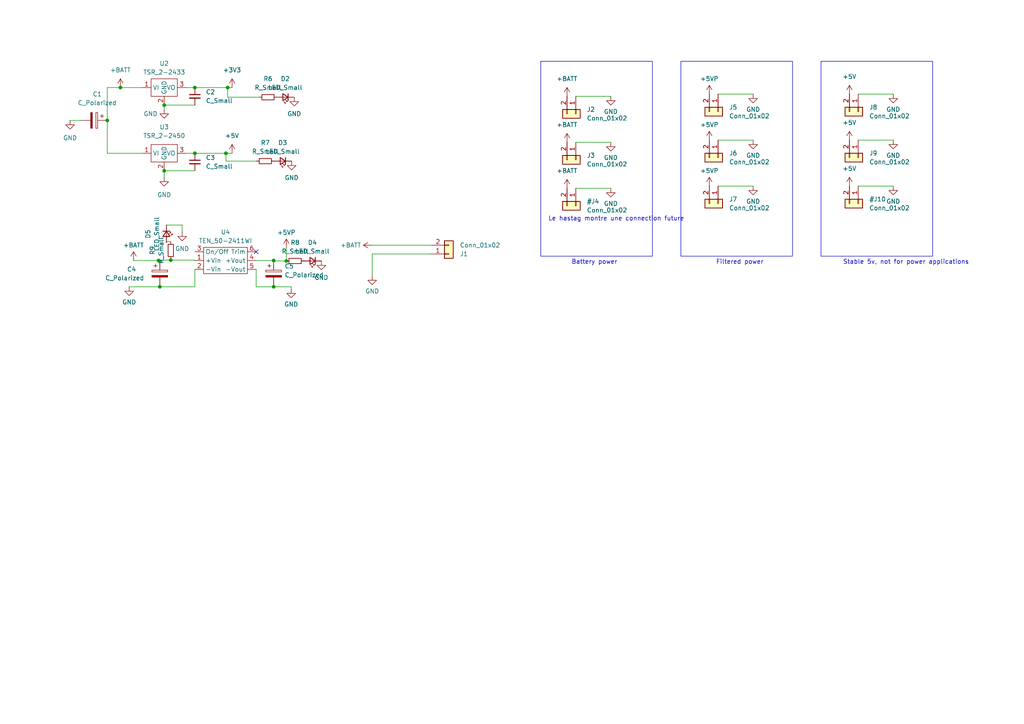
<source format=kicad_sch>
(kicad_sch (version 20230121) (generator eeschema)
  (paper "A4")
  (lib_symbols
    (symbol "Connector_Generic:Conn_01x02" (pin_names (offset 1.016) hide)
      (property "Reference" "J" (at 0 2.54 0))
      (property "Value" "Conn_01x02" (at 0 -5.08 0))
      (symbol "Conn_01x02_1_1"
        (rectangle (start -1.27 -2.413) (end 0 -2.667) (stroke (width 0.1524)))
        (rectangle (start -1.27 0.127) (end 0 -0.127) (stroke (width 0.1524)))
        (rectangle (start -1.27 1.27) (end 1.27 -3.81) (stroke (width 0.254)) (fill (type background)))
        (pin passive line (at -5.08 0 0) (length 3.81) (name "Pin_1") (number "1"))
        (pin passive line (at -5.08 -2.54 0) (length 3.81) (name "Pin_2") (number "2"))
      )
    )
    (symbol "Device:C_Polarized" (pin_numbers hide) (pin_names (offset 0.254))
      (property "Reference" "C" (at 0.635 2.54 0))
      (property "Value" "C_Polarized" (at 0.635 -2.54 0))
      (symbol "C_Polarized_0_1"
        (rectangle (start -2.286 0.508) (end 2.286 1.016))
        (polyline (pts (xy -1.778 2.286) (xy -0.762 2.286)))
        (polyline (pts (xy -1.27 2.794) (xy -1.27 1.778)))
        (rectangle (start 2.286 -0.508) (end -2.286 -1.016) (fill (type outline)))
      )
      (symbol "C_Polarized_1_1"
        (pin passive line (at 0 3.81 270) (length 2.794) (name "~") (number "1"))
        (pin passive line (at 0 -3.81 90) (length 2.794) (name "~") (number "2"))
      )
    )
    (symbol "Device:C_Small" (pin_numbers hide) (pin_names (offset 0.254) hide)
      (property "Reference" "C" (at 0.254 1.778 0))
      (property "Value" "C_Small" (at 0.254 -2.032 0))
      (symbol "C_Small_0_1"
        (polyline (pts (xy -1.524 -0.508) (xy 1.524 -0.508)) (stroke (width 0.3302)))
        (polyline (pts (xy -1.524 0.508) (xy 1.524 0.508)) (stroke (width 0.3048)))
      )
      (symbol "C_Small_1_1"
        (pin passive line (at 0 2.54 270) (length 2.032) (name "~") (number "1"))
        (pin passive line (at 0 -2.54 90) (length 2.032) (name "~") (number "2"))
      )
    )
    (symbol "Device:LED_Small" (pin_numbers hide) (pin_names (offset 0.254) hide)
      (property "Reference" "D" (at -1.27 3.175 0))
      (property "Value" "LED_Small" (at -4.445 -2.54 0))
      (symbol "LED_Small_0_1"
        (polyline (pts (xy -0.762 -1.016) (xy -0.762 1.016)) (stroke (width 0.254)))
        (polyline (pts (xy 1.016 0) (xy -0.762 0)))
        (polyline (pts (xy 0.762 -1.016) (xy -0.762 0) (xy 0.762 1.016) (xy 0.762 -1.016)) (stroke (width 0.254)))
        (polyline (pts (xy 0 0.762) (xy -0.508 1.27) (xy -0.254 1.27) (xy -0.508 1.27) (xy -0.508 1.016)))
        (polyline (pts (xy 0.508 1.27) (xy 0 1.778) (xy 0.254 1.778) (xy 0 1.778) (xy 0 1.524)))
      )
      (symbol "LED_Small_1_1"
        (pin passive line (at -2.54 0 0) (length 1.778) (name "K") (number "1"))
        (pin passive line (at 2.54 0 180) (length 1.778) (name "A") (number "2"))
      )
    )
    (symbol "Device:R_Small" (pin_numbers hide) (pin_names (offset 0.254) hide)
      (property "Reference" "R" (at 0.762 0.508 0))
      (property "Value" "R_Small" (at 0.762 -1.016 0))
      (symbol "R_Small_0_1"
        (rectangle (start -0.762 1.778) (end 0.762 -1.778) (stroke (width 0.2032)))
      )
      (symbol "R_Small_1_1"
        (pin passive line (at 0 2.54 270) (length 0.762) (name "~") (number "1"))
        (pin passive line (at 0 -2.54 90) (length 0.762) (name "~") (number "2"))
      )
    )
    (symbol "Traco:TEN_50-2411WI"
      (property "Reference" "U" (at 0 5.08 0))
      (property "Value" "TEN_50-2411WI" (at 0 -5.08 0))
      (symbol "TEN_50-2411WI_0_1"
        (rectangle (start -6.35 3.81) (end 6.35 -3.81))
      )
      (symbol "TEN_50-2411WI_1_1"
        (pin free line (at -8.89 0 0) (length 2.54) (name "+Vin") (number "1"))
        (pin free line (at -8.89 -2.54 0) (length 2.54) (name "-Vin") (number "2"))
        (pin free line (at -8.89 2.54 0) (length 2.54) (name "On/Off") (number "3"))
        (pin free line (at 8.89 0 180) (length 2.54) (name "+Vout") (number "4"))
        (pin free line (at 8.89 -2.54 180) (length 2.54) (name "-Vout") (number "5"))
        (pin free line (at 8.89 2.54 180) (length 2.54) (name "Trim") (number "6"))
      )
    )
    (symbol "Traco:TSR_2-2433"
      (property "Reference" "U" (at 0 5.08 0))
      (property "Value" "TSR_2-2433" (at 0 3.81 0))
      (symbol "TSR_2-2433_0_1"
        (rectangle (start -3.81 2.54) (end 3.81 -2.54))
      )
      (symbol "TSR_2-2433_1_1"
        (pin free line (at -6.35 0 0) (length 2.54) (name "VI") (number "1"))
        (pin free line (at 0 -5.08 90) (length 2.54) (name "GND") (number "2"))
        (pin free line (at 6.35 0 180) (length 2.54) (name "VO") (number "3"))
      )
    )
    (symbol "Traco:TSR_2-2450"
      (property "Reference" "U" (at 0 5.08 0))
      (property "Value" "TSR_2-2450" (at 0 3.81 0))
      (symbol "TSR_2-2450_0_1"
        (rectangle (start -3.81 2.54) (end 3.81 -2.54))
      )
      (symbol "TSR_2-2450_1_1"
        (pin free line (at -6.35 0 0) (length 2.54) (name "VI") (number "1"))
        (pin free line (at 0 -5.08 90) (length 2.54) (name "GND") (number "2"))
        (pin free line (at 6.35 0 180) (length 2.54) (name "VO") (number "3"))
      )
    )
    (symbol "power:+3.3V" (power) (pin_names (offset 0))
      (property "Value" "+3.3V" (at 0 3.556 0))
      (symbol "+3.3V_0_1"
        (polyline (pts (xy -0.762 1.27) (xy 0 2.54)))
        (polyline (pts (xy 0 0) (xy 0 2.54)))
        (polyline (pts (xy 0 2.54) (xy 0.762 1.27)))
      )
      (symbol "+3.3V_1_1"
        (pin power_in line (at 0 0 90) (length 0) hide (name "+3V3") (number "1"))
      )
    )
    (symbol "power:+5V" (power) (pin_names (offset 0))
      (property "Value" "+5V" (at 0 3.556 0))
      (symbol "+5V_0_1"
        (polyline (pts (xy -0.762 1.27) (xy 0 2.54)))
        (polyline (pts (xy 0 0) (xy 0 2.54)))
        (polyline (pts (xy 0 2.54) (xy 0.762 1.27)))
      )
      (symbol "+5V_1_1"
        (pin power_in line (at 0 0 90) (length 0) hide (name "+5V") (number "1"))
      )
    )
    (symbol "power:+5VP" (power) (pin_names (offset 0))
      (property "Value" "+5VP" (at 0 3.556 0))
      (symbol "+5VP_0_1"
        (polyline (pts (xy -0.762 1.27) (xy 0 2.54)))
        (polyline (pts (xy 0 0) (xy 0 2.54)))
        (polyline (pts (xy 0 2.54) (xy 0.762 1.27)))
      )
      (symbol "+5VP_1_1"
        (pin power_in line (at 0 0 90) (length 0) hide (name "+5VP") (number "1"))
      )
    )
    (symbol "power:+BATT" (power) (pin_names (offset 0))
      (property "Value" "+BATT" (at 0 3.556 0))
      (symbol "+BATT_0_1"
        (polyline (pts (xy -0.762 1.27) (xy 0 2.54)))
        (polyline (pts (xy 0 0) (xy 0 2.54)))
        (polyline (pts (xy 0 2.54) (xy 0.762 1.27)))
      )
      (symbol "+BATT_1_1"
        (pin power_in line (at 0 0 90) (length 0) hide (name "+BATT") (number "1"))
      )
    )
    (symbol "power:GND" (power) (pin_names (offset 0))
      (property "Value" "GND" (at 0 -3.81 0))
      (symbol "GND_0_1"
        (polyline (pts (xy 0 0) (xy 0 -1.27) (xy 1.27 -1.27) (xy 0 -2.54) (xy -1.27 -1.27) (xy 0 -1.27)))
      )
      (symbol "GND_1_1"
        (pin power_in line (at 0 0 270) (length 0) hide (name "GND") (number "1"))
      )
    )
  )
  (junction (at 56.515 44.45))
  (junction (at 79.375 83.185))
  (junction (at 49.53 75.438))
  (junction (at 47.625 49.53))
  (junction (at 66.04 25.4))
  (junction (at 79.375 75.565))
  (junction (at 45.974 75.565))
  (junction (at 83.058 75.692))
  (junction (at 65.532 44.45))
  (junction (at 46.355 83.185))
  (junction (at 31.115 34.925))
  (junction (at 47.625 30.48))
  (junction (at 56.515 25.4))
  (junction (at 34.925 25.4))
  (no_connect (at 74.295 73.025))
  (wire (pts (xy 177.165 54.61) (xy 167.005 54.61)))
  (wire (pts (xy 34.925 25.4) (xy 31.115 25.4)))
  (wire (pts (xy 56.515 25.4) (xy 66.04 25.4)))
  (wire (pts (xy 31.115 34.925) (xy 31.115 44.45)))
  (wire (pts (xy 65.532 46.736) (xy 65.532 44.45)))
  (wire (pts (xy 84.455 83.185) (xy 84.455 83.82)))
  (wire (pts (xy 218.44 53.975) (xy 208.28 53.975)))
  (wire (pts (xy 31.115 25.4) (xy 31.115 34.925)))
  (wire (pts (xy 259.08 40.64) (xy 248.92 40.64)))
  (wire (pts (xy 66.04 28.194) (xy 66.04 25.4)))
  (wire (pts (xy 48.26 70.104) (xy 48.26 70.358)))
  (wire (pts (xy 37.465 83.185) (xy 46.355 83.185)))
  (wire (pts (xy 46.355 83.185) (xy 56.515 83.185)))
  (wire (pts (xy 45.974 75.565) (xy 45.974 75.692)))
  (wire (pts (xy 67.31 44.45) (xy 65.532 44.45)))
  (wire (pts (xy 84.455 83.185) (xy 79.375 83.185)))
  (wire (pts (xy 74.295 75.565) (xy 79.375 75.565)))
  (wire (pts (xy 47.625 51.435) (xy 47.625 49.53)))
  (wire (pts (xy 259.08 27.305) (xy 248.92 27.305)))
  (wire (pts (xy 41.275 44.45) (xy 31.115 44.45)))
  (wire (pts (xy 56.388 75.438) (xy 56.388 75.565)))
  (wire (pts (xy 45.974 75.438) (xy 49.53 75.438)))
  (wire (pts (xy 83.058 75.692) (xy 79.375 75.692)))
  (wire (pts (xy 47.625 49.53) (xy 56.515 49.53)))
  (wire (pts (xy 56.515 25.4) (xy 53.975 25.4)))
  (wire (pts (xy 47.625 31.75) (xy 47.625 30.48)))
  (wire (pts (xy 177.165 27.94) (xy 167.005 27.94)))
  (wire (pts (xy 52.832 65.278) (xy 48.26 65.278)))
  (wire (pts (xy 56.388 75.565) (xy 56.515 75.565)))
  (wire (pts (xy 74.295 83.185) (xy 74.295 78.105)))
  (wire (pts (xy 41.275 25.4) (xy 34.925 25.4)))
  (wire (pts (xy 49.53 75.184) (xy 49.53 75.438)))
  (wire (pts (xy 218.44 27.305) (xy 208.28 27.305)))
  (wire (pts (xy 56.515 83.185) (xy 56.515 78.105)))
  (wire (pts (xy 218.44 40.64) (xy 208.28 40.64)))
  (wire (pts (xy 47.625 30.48) (xy 56.515 30.48)))
  (wire (pts (xy 107.95 73.66) (xy 125.095 73.66)))
  (wire (pts (xy 79.375 83.185) (xy 74.295 83.185)))
  (wire (pts (xy 45.974 75.565) (xy 46.355 75.565)))
  (wire (pts (xy 79.375 75.692) (xy 79.375 75.565)))
  (wire (pts (xy 52.832 67.31) (xy 52.832 65.278)))
  (wire (pts (xy 38.735 75.565) (xy 45.974 75.565)))
  (wire (pts (xy 74.422 46.736) (xy 65.532 46.736)))
  (wire (pts (xy 107.95 80.01) (xy 107.95 73.66)))
  (wire (pts (xy 45.974 75.438) (xy 45.974 75.565)))
  (wire (pts (xy 53.975 44.45) (xy 56.515 44.45)))
  (wire (pts (xy 259.08 53.975) (xy 248.92 53.975)))
  (wire (pts (xy 177.165 41.275) (xy 167.005 41.275)))
  (wire (pts (xy 75.184 28.194) (xy 66.04 28.194)))
  (wire (pts (xy 49.53 70.104) (xy 48.26 70.104)))
  (wire (pts (xy 66.04 25.4) (xy 67.31 25.4)))
  (wire (pts (xy 83.058 71.882) (xy 83.058 75.692)))
  (wire (pts (xy 45.72 75.692) (xy 45.974 75.692)))
  (wire (pts (xy 20.32 34.925) (xy 23.495 34.925)))
  (wire (pts (xy 107.95 71.12) (xy 125.095 71.12)))
  (wire (pts (xy 49.53 75.438) (xy 56.388 75.438)))
  (wire (pts (xy 65.532 44.45) (xy 56.515 44.45)))
  (rectangle (start 156.845 17.78) (end 189.23 74.295))
  (rectangle (start 238.125 17.78) (end 270.51 74.295))
  (rectangle (start 197.485 17.78) (end 229.87 74.295))
  (text "Le hastag montre une connection future\n" (at 159.004 64.262 0) (effects (font (size 1.27 1.27)) (justify left bottom)))
  (text "Battery power\n" (at 165.735 76.835 0) (effects (font (size 1.27 1.27)) (justify left bottom)))
  (text "Filtered power\n" (at 207.645 76.835 0) (effects (font (size 1.27 1.27)) (justify left bottom)))
  (text "Stable 5v, not for power applications\n" (at 244.475 76.835 0) (effects (font (size 1.27 1.27)) (justify left bottom)))
  (symbol (lib_id "power:+BATT") (at 38.735 75.565 0) (unit 1)
    (property "Reference" "#PWR010" (effects hide))
    (property "Value" "+BATT" (at 38.735 71.12 0))
  )
  (symbol (lib_id "Device:C_Small") (at 56.515 46.99 0) (unit 1)
    (property "Reference" "C3" (at 59.69 45.7263 0) (effects (justify left)))
    (property "Value" "C_Small" (at 59.69 48.2663 0) (effects (justify left)))
    (property "Footprint" "Capacitor_SMD:C_1206_3216Metric_Pad1.33x1.80mm_HandSolder" (effects hide))
  )
  (symbol (lib_id "Connector_Generic:Conn_01x02") (at 248.92 59.055 270) (unit 1)
    (property "Reference" "#J10" (at 252.095 57.785 90) (effects (justify left)))
    (property "Value" "Conn_01x02" (at 252.095 60.325 90) (effects (justify left)))
    (property "Footprint" "Connector_Molex:Molex_KK-254_AE-6410-02A_1x02_P2.54mm_Vertical" (effects hide))
  )
  (symbol (lib_id "Device:R_Small") (at 76.962 46.736 90) (unit 1)
    (property "Reference" "R7" (at 76.962 41.402 90))
    (property "Value" "R_Small" (at 76.962 43.942 90))
    (property "Footprint" "Resistor_SMD:R_1206_3216Metric_Pad1.30x1.75mm_HandSolder" (effects hide))
  )
  (symbol (lib_id "Device:C_Small") (at 56.515 27.94 0) (unit 1)
    (property "Reference" "C2" (at 59.69 26.6763 0) (effects (justify left)))
    (property "Value" "C_Small" (at 59.69 29.2163 0) (effects (justify left)))
    (property "Footprint" "Capacitor_SMD:C_1206_3216Metric_Pad1.33x1.80mm_HandSolder" (effects hide))
  )
  (symbol (lib_id "power:GND") (at 84.582 46.736 0) (unit 1)
    (property "Reference" "#PWR087" (effects hide))
    (property "Value" "GND" (at 84.582 51.562 0))
  )
  (symbol (lib_id "power:+BATT") (at 164.465 54.61 0) (unit 1)
    (property "Reference" "#PWR017" (effects hide))
    (property "Value" "+BATT" (at 164.465 49.53 0))
  )
  (symbol (lib_id "power:+BATT") (at 164.465 27.94 0) (unit 1)
    (property "Reference" "#PWR014" (effects hide))
    (property "Value" "+BATT" (at 164.465 22.86 0))
  )
  (symbol (lib_id "power:GND") (at 47.625 31.75 0) (unit 1)
    (property "Reference" "#PWR01" (effects hide))
    (property "Value" "GND" (at 45.72 33.02 0) (effects (justify right)))
  )
  (symbol (lib_id "Connector_Generic:Conn_01x02") (at 208.28 59.055 270) (unit 1)
    (property "Reference" "J7" (at 211.455 57.785 90) (effects (justify left)))
    (property "Value" "Conn_01x02" (at 211.455 60.325 90) (effects (justify left)))
    (property "Footprint" "Connector_Molex:Molex_KK-396_A-41791-0002_1x02_P3.96mm_Vertical" (effects hide))
  )
  (symbol (lib_id "power:+5VP") (at 83.058 71.882 0) (unit 1)
    (property "Reference" "#PWR012" (effects hide))
    (property "Value" "+5VP" (at 83.058 67.437 0))
  )
  (symbol (lib_id "power:GND") (at 177.165 41.275 0) (unit 1)
    (property "Reference" "#PWR016" (effects hide))
    (property "Value" "GND" (at 177.165 45.72 0))
  )
  (symbol (lib_id "Traco:TSR_2-2450") (at 47.625 44.45 0) (unit 1)
    (property "Reference" "U3" (at 47.625 36.83 0))
    (property "Value" "TSR_2-2450" (at 47.625 39.37 0))
    (property "Footprint" "Traco:Traco 2- 24xx" (effects hide))
  )
  (symbol (lib_id "power:+5V") (at 246.38 40.64 0) (unit 1)
    (property "Reference" "#PWR026" (effects hide))
    (property "Value" "+5V" (at 246.38 35.56 0))
  )
  (symbol (lib_id "power:GND") (at 37.465 83.185 0) (unit 1)
    (property "Reference" "#PWR011" (effects hide))
    (property "Value" "GND" (at 37.465 87.63 0))
  )
  (symbol (lib_id "Device:C_Polarized") (at 27.305 34.925 270) (unit 1)
    (property "Reference" "C1" (at 28.194 27.305 90))
    (property "Value" "C_Polarized" (at 28.194 29.845 90))
    (property "Footprint" "Capacitor_THT:CP_Radial_D5.0mm_P2.50mm" (effects hide))
  )
  (symbol (lib_id "power:GND") (at 259.08 40.64 0) (unit 1)
    (property "Reference" "#PWR029" (effects hide))
    (property "Value" "GND" (at 259.08 45.085 0))
  )
  (symbol (lib_id "power:GND") (at 85.344 28.194 0) (unit 1)
    (property "Reference" "#PWR057" (effects hide))
    (property "Value" "GND" (at 85.344 33.02 0))
  )
  (symbol (lib_id "Connector_Generic:Conn_01x02") (at 130.175 73.66 0) (mirror x) (unit 1)
    (property "Reference" "J1" (at 133.35 73.66 0) (effects (justify left)))
    (property "Value" "Conn_01x02" (at 133.35 71.12 0) (effects (justify left)))
    (property "Footprint" "Connector_AMASS:AMASS_XT60-M_1x02_P7.20mm_Vertical" (effects hide))
  )
  (symbol (lib_id "power:GND") (at 20.32 34.925 0) (unit 1)
    (property "Reference" "#PWR03" (effects hide))
    (property "Value" "GND" (at 20.32 40.005 0))
  )
  (symbol (lib_id "power:+5VP") (at 205.74 53.975 0) (unit 1)
    (property "Reference" "#PWR021" (effects hide))
    (property "Value" "+5VP" (at 205.74 49.53 0))
  )
  (symbol (lib_id "power:+5V") (at 67.31 44.45 0) (unit 1)
    (property "Reference" "#PWR06" (effects hide))
    (property "Value" "+5V" (at 67.31 39.37 0))
  )
  (symbol (lib_id "power:+5V") (at 246.38 53.975 0) (unit 1)
    (property "Reference" "#PWR027" (effects hide))
    (property "Value" "+5V" (at 246.38 48.895 0))
  )
  (symbol (lib_id "power:GND") (at 218.44 53.975 0) (unit 1)
    (property "Reference" "#PWR024" (effects hide))
    (property "Value" "GND" (at 218.44 58.42 0))
  )
  (symbol (lib_id "Connector_Generic:Conn_01x02") (at 208.28 45.72 270) (unit 1)
    (property "Reference" "J6" (at 211.455 44.45 90) (effects (justify left)))
    (property "Value" "Conn_01x02" (at 211.455 46.99 90) (effects (justify left)))
    (property "Footprint" "Connector_Molex:Molex_KK-396_A-41791-0002_1x02_P3.96mm_Vertical" (effects hide))
  )
  (symbol (lib_id "Device:C_Polarized") (at 79.375 79.375 0) (unit 1)
    (property "Reference" "C5" (at 82.55 77.216 0) (effects (justify left)))
    (property "Value" "C_Polarized" (at 82.55 79.756 0) (effects (justify left)))
    (property "Footprint" "Capacitor_THT:CP_Radial_D10.0mm_P5.00mm" (effects hide))
  )
  (symbol (lib_id "Connector_Generic:Conn_01x02") (at 248.92 45.72 270) (unit 1)
    (property "Reference" "J9" (at 252.095 44.45 90) (effects (justify left)))
    (property "Value" "Conn_01x02" (at 252.095 46.99 90) (effects (justify left)))
    (property "Footprint" "Connector_Molex:Molex_KK-254_AE-6410-02A_1x02_P2.54mm_Vertical" (effects hide))
  )
  (symbol (lib_id "Connector_Generic:Conn_01x02") (at 167.005 46.355 270) (unit 1)
    (property "Reference" "J3" (at 170.18 45.085 90) (effects (justify left)))
    (property "Value" "Conn_01x02" (at 170.18 47.625 90) (effects (justify left)))
    (property "Footprint" "Connector_Molex:Molex_KK-396_A-41791-0002_1x02_P3.96mm_Vertical" (effects hide))
  )
  (symbol (lib_id "power:GND") (at 177.165 54.61 0) (unit 1)
    (property "Reference" "#PWR018" (effects hide))
    (property "Value" "GND" (at 177.165 59.055 0))
  )
  (symbol (lib_id "Device:LED_Small") (at 82.804 28.194 180) (unit 1)
    (property "Reference" "D2" (at 82.7405 22.86 0))
    (property "Value" "LED_Small" (at 82.7405 25.4 0))
    (property "Footprint" "LED_SMD:LED_1206_3216Metric_Pad1.42x1.75mm_HandSolder" (effects hide))
  )
  (symbol (lib_id "Connector_Generic:Conn_01x02") (at 208.28 32.385 270) (unit 1)
    (property "Reference" "J5" (at 211.455 31.115 90) (effects (justify left)))
    (property "Value" "Conn_01x02" (at 211.455 33.655 90) (effects (justify left)))
    (property "Footprint" "Connector_Molex:Molex_KK-396_A-41791-0002_1x02_P3.96mm_Vertical" (effects hide))
  )
  (symbol (lib_id "Device:C_Polarized") (at 46.355 79.375 0) (unit 1)
    (property "Reference" "C4" (at 36.83 78.105 0) (effects (justify left)))
    (property "Value" "C_Polarized" (at 30.48 80.645 0) (effects (justify left)))
    (property "Footprint" "Capacitor_THT:CP_Radial_D10.0mm_P5.00mm" (effects hide))
  )
  (symbol (lib_id "power:+5VP") (at 205.74 40.64 0) (unit 1)
    (property "Reference" "#PWR020" (effects hide))
    (property "Value" "+5VP" (at 205.74 36.195 0))
  )
  (symbol (lib_id "power:GND") (at 84.455 83.82 0) (unit 1)
    (property "Reference" "#PWR08" (effects hide))
    (property "Value" "GND" (at 84.455 88.265 0))
  )
  (symbol (lib_id "Device:R_Small") (at 85.598 75.692 90) (unit 1)
    (property "Reference" "R8" (at 85.598 70.358 90))
    (property "Value" "R_Small" (at 85.598 72.898 90))
    (property "Footprint" "Resistor_SMD:R_1206_3216Metric_Pad1.30x1.75mm_HandSolder" (effects hide))
  )
  (symbol (lib_id "Device:R_Small") (at 77.724 28.194 90) (unit 1)
    (property "Reference" "R6" (at 77.724 22.86 90))
    (property "Value" "R_Small" (at 77.724 25.4 90))
    (property "Footprint" "Resistor_SMD:R_1206_3216Metric_Pad1.30x1.75mm_HandSolder" (effects hide))
  )
  (symbol (lib_id "power:GND") (at 177.165 27.94 0) (unit 1)
    (property "Reference" "#PWR013" (effects hide))
    (property "Value" "GND" (at 177.165 32.385 0))
  )
  (symbol (lib_id "power:+BATT") (at 107.95 71.12 90) (unit 1)
    (property "Reference" "#PWR07" (effects hide))
    (property "Value" "+BATT" (at 104.775 71.12 90) (effects (justify left)))
  )
  (symbol (lib_id "power:+5V") (at 246.38 27.305 0) (unit 1)
    (property "Reference" "#PWR025" (effects hide))
    (property "Value" "+5V" (at 246.38 22.225 0))
  )
  (symbol (lib_id "power:GND") (at 218.44 40.64 0) (unit 1)
    (property "Reference" "#PWR023" (effects hide))
    (property "Value" "GND" (at 218.44 45.085 0))
  )
  (symbol (lib_id "Traco:TSR_2-2433") (at 47.625 25.4 0) (unit 1)
    (property "Reference" "U2" (at 47.625 18.415 0))
    (property "Value" "TSR_2-2433" (at 47.625 20.955 0))
    (property "Footprint" "Traco:Traco 2- 24xx" (effects hide))
  )
  (symbol (lib_id "Traco:TEN_50-2411WI") (at 65.405 75.565 0) (unit 1)
    (property "Reference" "U4" (at 65.405 67.31 0))
    (property "Value" "TEN_50-2411WI" (at 65.405 69.85 0))
    (property "Footprint" "Traco:Traco TEN 50 series" (effects hide))
  )
  (symbol (lib_id "power:GND") (at 107.95 80.01 0) (unit 1)
    (property "Reference" "#PWR09" (effects hide))
    (property "Value" "GND" (at 107.95 84.455 0))
  )
  (symbol (lib_id "Device:LED_Small") (at 82.042 46.736 180) (unit 1)
    (property "Reference" "D3" (at 81.9785 41.402 0))
    (property "Value" "LED_Small" (at 81.9785 43.942 0))
    (property "Footprint" "LED_SMD:LED_1206_3216Metric_Pad1.42x1.75mm_HandSolder" (effects hide))
  )
  (symbol (lib_id "power:+3.3V") (at 67.31 25.4 0) (unit 1)
    (property "Reference" "#PWR05" (effects hide))
    (property "Value" "+3.3V" (at 67.31 20.32 0))
  )
  (symbol (lib_id "Connector_Generic:Conn_01x02") (at 167.005 59.69 270) (unit 1)
    (property "Reference" "#J4" (at 170.18 58.42 90) (effects (justify left)))
    (property "Value" "Conn_01x02" (at 170.18 60.96 90) (effects (justify left)))
    (property "Footprint" "Connector_Molex:Molex_KK-396_A-41791-0002_1x02_P3.96mm_Vertical" (effects hide))
  )
  (symbol (lib_id "power:GND") (at 52.832 67.31 0) (unit 1)
    (property "Reference" "#PWR089" (effects hide))
    (property "Value" "GND" (at 52.832 72.136 0))
  )
  (symbol (lib_id "power:GND") (at 259.08 53.975 0) (unit 1)
    (property "Reference" "#PWR030" (effects hide))
    (property "Value" "GND" (at 259.08 58.42 0))
  )
  (symbol (lib_id "Device:LED_Small") (at 48.26 67.818 270) (unit 1)
    (property "Reference" "D5" (at 42.926 67.8815 0))
    (property "Value" "LED_Small" (at 45.466 67.8815 0))
    (property "Footprint" "LED_SMD:LED_1206_3216Metric_Pad1.42x1.75mm_HandSolder" (effects hide))
  )
  (symbol (lib_id "power:+5VP") (at 205.74 27.305 0) (unit 1)
    (property "Reference" "#PWR019" (effects hide))
    (property "Value" "+5VP" (at 205.74 22.86 0))
  )
  (symbol (lib_id "power:GND") (at 93.218 75.692 0) (unit 1)
    (property "Reference" "#PWR088" (effects hide))
    (property "Value" "GND" (at 93.218 80.518 0))
  )
  (symbol (lib_id "power:GND") (at 259.08 27.305 0) (unit 1)
    (property "Reference" "#PWR028" (effects hide))
    (property "Value" "GND" (at 259.08 31.75 0))
  )
  (symbol (lib_id "Connector_Generic:Conn_01x02") (at 248.92 32.385 270) (unit 1)
    (property "Reference" "J8" (at 252.095 31.115 90) (effects (justify left)))
    (property "Value" "Conn_01x02" (at 252.095 33.655 90) (effects (justify left)))
    (property "Footprint" "Connector_Molex:Molex_KK-254_AE-6410-02A_1x02_P2.54mm_Vertical" (effects hide))
  )
  (symbol (lib_id "Device:R_Small") (at 49.53 72.644 180) (unit 1)
    (property "Reference" "R9" (at 44.196 72.644 90))
    (property "Value" "R_Small" (at 46.736 72.644 90))
    (property "Footprint" "Resistor_SMD:R_1206_3216Metric_Pad1.30x1.75mm_HandSolder" (effects hide))
  )
  (symbol (lib_id "Device:LED_Small") (at 90.678 75.692 180) (unit 1)
    (property "Reference" "D4" (at 90.6145 70.358 0))
    (property "Value" "LED_Small" (at 90.6145 72.898 0))
    (property "Footprint" "LED_SMD:LED_1206_3216Metric_Pad1.42x1.75mm_HandSolder" (effects hide))
  )
  (symbol (lib_id "power:GND") (at 47.625 51.435 0) (unit 1)
    (property "Reference" "#PWR02" (effects hide))
    (property "Value" "GND" (at 47.625 56.515 0))
  )
  (symbol (lib_id "power:+BATT") (at 164.465 41.275 0) (unit 1)
    (property "Reference" "#PWR015" (effects hide))
    (property "Value" "+BATT" (at 164.465 36.195 0))
  )
  (symbol (lib_id "power:+BATT") (at 34.925 25.4 0) (unit 1)
    (property "Reference" "#PWR04" (effects hide))
    (property "Value" "+BATT" (at 34.925 20.32 0))
  )
  (symbol (lib_id "Connector_Generic:Conn_01x02") (at 167.005 33.02 270) (unit 1)
    (property "Reference" "J2" (at 170.18 31.75 90) (effects (justify left)))
    (property "Value" "Conn_01x02" (at 170.18 34.29 90) (effects (justify left)))
    (property "Footprint" "Connector_Molex:Molex_KK-396_A-41791-0002_1x02_P3.96mm_Vertical" (effects hide))
  )
  (symbol (lib_id "power:GND") (at 218.44 27.305 0) (unit 1)
    (property "Reference" "#PWR022" (effects hide))
    (property "Value" "GND" (at 218.44 31.75 0))
  )
)
</source>
